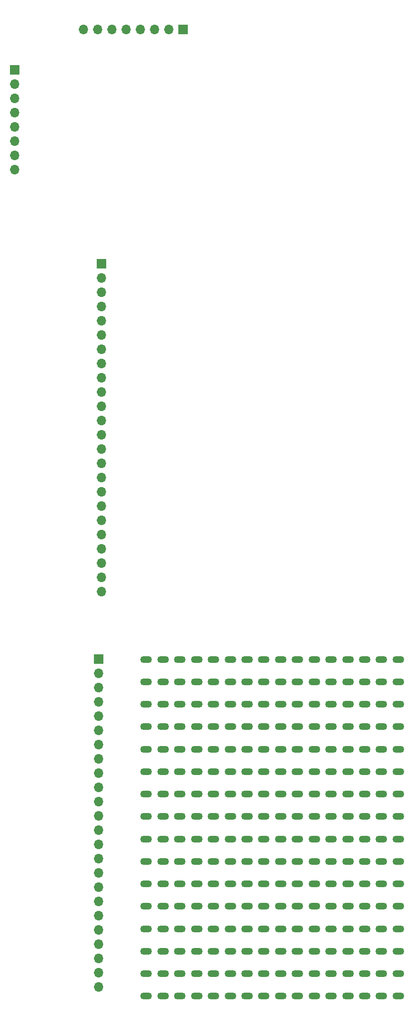
<source format=gbr>
%TF.GenerationSoftware,KiCad,Pcbnew,(5.1.9)-1*%
%TF.CreationDate,2021-06-16T16:09:49-07:00*%
%TF.ProjectId,noname,6e6f6e61-6d65-42e6-9b69-6361645f7063,rev?*%
%TF.SameCoordinates,Original*%
%TF.FileFunction,Soldermask,Bot*%
%TF.FilePolarity,Negative*%
%FSLAX46Y46*%
G04 Gerber Fmt 4.6, Leading zero omitted, Abs format (unit mm)*
G04 Created by KiCad (PCBNEW (5.1.9)-1) date 2021-06-16 16:09:49*
%MOMM*%
%LPD*%
G01*
G04 APERTURE LIST*
%ADD10O,2.100000X1.250000*%
%ADD11O,1.700000X1.700000*%
%ADD12R,1.700000X1.700000*%
G04 APERTURE END LIST*
D10*
X85000000Y-186270000D03*
X85000000Y-182270000D03*
X85000000Y-178270000D03*
X85000000Y-174270000D03*
X85000000Y-170270000D03*
X85000000Y-166270000D03*
X85000000Y-162270000D03*
X85000000Y-158270000D03*
X85000000Y-154270000D03*
X85000000Y-150270000D03*
X85000000Y-146270000D03*
X85000000Y-142270000D03*
X85000000Y-138270000D03*
X85000000Y-134270000D03*
X85000000Y-130270000D03*
X85000000Y-126270000D03*
X82000000Y-186270000D03*
X82000000Y-182270000D03*
X82000000Y-178270000D03*
X82000000Y-174270000D03*
X82000000Y-170270000D03*
X82000000Y-166270000D03*
X82000000Y-162270000D03*
X82000000Y-158270000D03*
X82000000Y-154270000D03*
X82000000Y-150270000D03*
X82000000Y-146270000D03*
X82000000Y-142270000D03*
X82000000Y-138270000D03*
X82000000Y-134270000D03*
X82000000Y-130270000D03*
X82000000Y-126270000D03*
X79000000Y-186270000D03*
X79000000Y-182270000D03*
X79000000Y-178270000D03*
X79000000Y-174270000D03*
X79000000Y-170270000D03*
X79000000Y-166270000D03*
X79000000Y-162270000D03*
X79000000Y-158270000D03*
X79000000Y-154270000D03*
X79000000Y-150270000D03*
X79000000Y-146270000D03*
X79000000Y-142270000D03*
X79000000Y-138270000D03*
X79000000Y-134270000D03*
X79000000Y-130270000D03*
X79000000Y-126270000D03*
X76000000Y-186270000D03*
X76000000Y-182270000D03*
X76000000Y-178270000D03*
X76000000Y-174270000D03*
X76000000Y-170270000D03*
X76000000Y-166270000D03*
X76000000Y-162270000D03*
X76000000Y-158270000D03*
X76000000Y-154270000D03*
X76000000Y-150270000D03*
X76000000Y-146270000D03*
X76000000Y-142270000D03*
X76000000Y-138270000D03*
X76000000Y-134270000D03*
X76000000Y-130270000D03*
X76000000Y-126270000D03*
X73000000Y-186270000D03*
X73000000Y-182270000D03*
X73000000Y-178270000D03*
X73000000Y-174270000D03*
X73000000Y-170270000D03*
X73000000Y-166270000D03*
X73000000Y-162270000D03*
X73000000Y-158270000D03*
X73000000Y-154270000D03*
X73000000Y-150270000D03*
X73000000Y-146270000D03*
X73000000Y-142270000D03*
X73000000Y-138270000D03*
X73000000Y-134270000D03*
X73000000Y-130270000D03*
X73000000Y-126270000D03*
X70000000Y-186270000D03*
X70000000Y-182270000D03*
X70000000Y-178270000D03*
X70000000Y-174270000D03*
X70000000Y-170270000D03*
X70000000Y-166270000D03*
X70000000Y-162270000D03*
X70000000Y-158270000D03*
X70000000Y-154270000D03*
X70000000Y-150270000D03*
X70000000Y-146270000D03*
X70000000Y-142270000D03*
X70000000Y-138270000D03*
X70000000Y-134270000D03*
X70000000Y-130270000D03*
X70000000Y-126270000D03*
X67000000Y-186270000D03*
X67000000Y-182270000D03*
X67000000Y-178270000D03*
X67000000Y-174270000D03*
X67000000Y-170270000D03*
X67000000Y-166270000D03*
X67000000Y-162270000D03*
X67000000Y-158270000D03*
X67000000Y-154270000D03*
X67000000Y-150270000D03*
X67000000Y-146270000D03*
X67000000Y-142270000D03*
X67000000Y-138270000D03*
X67000000Y-134270000D03*
X67000000Y-130270000D03*
X67000000Y-126270000D03*
X64000000Y-186270000D03*
X64000000Y-182270000D03*
X64000000Y-178270000D03*
X64000000Y-174270000D03*
X64000000Y-170270000D03*
X64000000Y-166270000D03*
X64000000Y-162270000D03*
X64000000Y-158270000D03*
X64000000Y-154270000D03*
X64000000Y-150270000D03*
X64000000Y-146270000D03*
X64000000Y-142270000D03*
X64000000Y-138270000D03*
X64000000Y-134270000D03*
X64000000Y-130270000D03*
X64000000Y-126270000D03*
X61000000Y-186270000D03*
X61000000Y-182270000D03*
X61000000Y-178270000D03*
X61000000Y-174270000D03*
X61000000Y-170270000D03*
X61000000Y-166270000D03*
X61000000Y-162270000D03*
X61000000Y-158270000D03*
X61000000Y-154270000D03*
X61000000Y-150270000D03*
X61000000Y-146270000D03*
X61000000Y-142270000D03*
X61000000Y-138270000D03*
X61000000Y-134270000D03*
X61000000Y-130270000D03*
X61000000Y-126270000D03*
X58000000Y-186270000D03*
X58000000Y-182270000D03*
X58000000Y-178270000D03*
X58000000Y-174270000D03*
X58000000Y-170270000D03*
X58000000Y-166270000D03*
X58000000Y-162270000D03*
X58000000Y-158270000D03*
X58000000Y-154270000D03*
X58000000Y-150270000D03*
X58000000Y-146270000D03*
X58000000Y-142270000D03*
X58000000Y-138270000D03*
X58000000Y-134270000D03*
X58000000Y-130270000D03*
X58000000Y-126270000D03*
X55000000Y-186270000D03*
X55000000Y-182270000D03*
X55000000Y-178270000D03*
X55000000Y-174270000D03*
X55000000Y-170270000D03*
X55000000Y-166270000D03*
X55000000Y-162270000D03*
X55000000Y-158270000D03*
X55000000Y-154270000D03*
X55000000Y-150270000D03*
X55000000Y-146270000D03*
X55000000Y-142270000D03*
X55000000Y-138270000D03*
X55000000Y-134270000D03*
X55000000Y-130270000D03*
X55000000Y-126270000D03*
X52000000Y-186270000D03*
X52000000Y-182270000D03*
X52000000Y-178270000D03*
X52000000Y-174270000D03*
X52000000Y-170270000D03*
X52000000Y-166270000D03*
X52000000Y-162270000D03*
X52000000Y-158270000D03*
X52000000Y-154270000D03*
X52000000Y-150270000D03*
X52000000Y-146270000D03*
X52000000Y-142270000D03*
X52000000Y-138270000D03*
X52000000Y-134270000D03*
X52000000Y-130270000D03*
X52000000Y-126270000D03*
X49000000Y-186270000D03*
X49000000Y-182270000D03*
X49000000Y-178270000D03*
X49000000Y-174270000D03*
X49000000Y-170270000D03*
X49000000Y-166270000D03*
X49000000Y-162270000D03*
X49000000Y-158270000D03*
X49000000Y-154270000D03*
X49000000Y-150270000D03*
X49000000Y-146270000D03*
X49000000Y-142270000D03*
X49000000Y-138270000D03*
X49000000Y-134270000D03*
X49000000Y-130270000D03*
X49000000Y-126270000D03*
X46000000Y-186270000D03*
X46000000Y-182270000D03*
X46000000Y-178270000D03*
X46000000Y-174270000D03*
X46000000Y-170270000D03*
X46000000Y-166270000D03*
X46000000Y-162270000D03*
X46000000Y-158270000D03*
X46000000Y-154270000D03*
X46000000Y-150270000D03*
X46000000Y-146270000D03*
X46000000Y-142270000D03*
X46000000Y-138270000D03*
X46000000Y-134270000D03*
X46000000Y-130270000D03*
X46000000Y-126270000D03*
X43000000Y-186270000D03*
X43000000Y-182270000D03*
X43000000Y-178270000D03*
X43000000Y-174270000D03*
X43000000Y-170270000D03*
X43000000Y-166270000D03*
X43000000Y-162270000D03*
X43000000Y-158270000D03*
X43000000Y-154270000D03*
X43000000Y-150270000D03*
X43000000Y-146270000D03*
X43000000Y-142270000D03*
X43000000Y-138270000D03*
X43000000Y-134270000D03*
X43000000Y-130270000D03*
X43000000Y-126270000D03*
X40000000Y-186270000D03*
X40000000Y-182270000D03*
X40000000Y-178270000D03*
X40000000Y-174270000D03*
X40000000Y-170270000D03*
X40000000Y-166270000D03*
X40000000Y-162270000D03*
X40000000Y-158270000D03*
X40000000Y-154270000D03*
X40000000Y-150270000D03*
X40000000Y-146270000D03*
X40000000Y-142270000D03*
X40000000Y-138270000D03*
X40000000Y-134270000D03*
X40000000Y-130270000D03*
X40000000Y-126270000D03*
D11*
X31500000Y-184670000D03*
X31500000Y-182130000D03*
X31500000Y-179590000D03*
X31500000Y-177050000D03*
X31500000Y-174510000D03*
X31500000Y-171970000D03*
X31500000Y-169430000D03*
X31500000Y-166890000D03*
X31500000Y-164350000D03*
X31500000Y-161810000D03*
X31500000Y-159270000D03*
X31500000Y-156730000D03*
X31500000Y-154190000D03*
X31500000Y-151650000D03*
X31500000Y-149110000D03*
X31500000Y-146570000D03*
X31500000Y-144030000D03*
X31500000Y-141490000D03*
X31500000Y-138950000D03*
X31500000Y-136410000D03*
X31500000Y-133870000D03*
X31500000Y-131330000D03*
X31500000Y-128790000D03*
D12*
X31500000Y-126250000D03*
X32000000Y-55750000D03*
D11*
X32000000Y-58290000D03*
X32000000Y-60830000D03*
X32000000Y-63370000D03*
X32000000Y-65910000D03*
X32000000Y-68450000D03*
X32000000Y-70990000D03*
X32000000Y-73530000D03*
X32000000Y-76070000D03*
X32000000Y-78610000D03*
X32000000Y-81150000D03*
X32000000Y-83690000D03*
X32000000Y-86230000D03*
X32000000Y-88770000D03*
X32000000Y-91310000D03*
X32000000Y-93850000D03*
X32000000Y-96390000D03*
X32000000Y-98930000D03*
X32000000Y-101470000D03*
X32000000Y-104010000D03*
X32000000Y-106550000D03*
X32000000Y-109090000D03*
X32000000Y-111630000D03*
X32000000Y-114170000D03*
D12*
X46580000Y-14000000D03*
D11*
X44040000Y-14000000D03*
X41500000Y-14000000D03*
X38960000Y-14000000D03*
X36420000Y-14000000D03*
X33880000Y-14000000D03*
X31340000Y-14000000D03*
X28800000Y-14000000D03*
D12*
X16500000Y-21250000D03*
D11*
X16500000Y-23790000D03*
X16500000Y-26330000D03*
X16500000Y-28870000D03*
X16500000Y-31410000D03*
X16500000Y-33950000D03*
X16500000Y-36490000D03*
X16500000Y-39030000D03*
M02*

</source>
